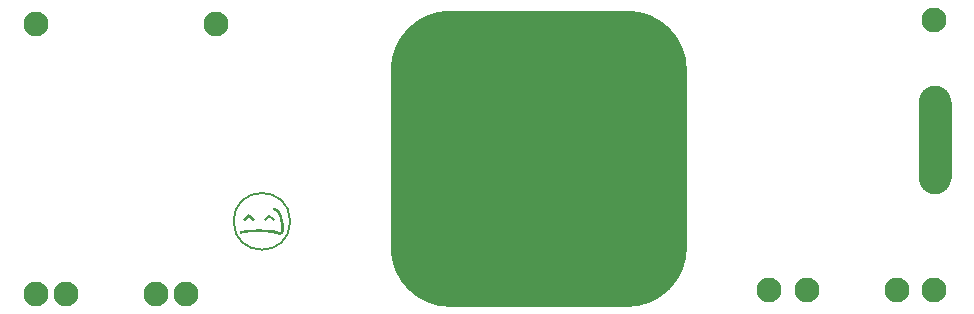
<source format=gts>
G04 Layer: TopSolderMaskLayer*
G04 EasyEDA Pro v1.7.27, 2022-09-03 12:30:42*
G04 Gerber Generator version 0.3*
G04 Scale: 100 percent, Rotated: No, Reflected: No*
G04 Dimensions in millimeters*
G04 Leading zeros omitted, absolute positions, 3 integers and 3 decimals*
%FSLAX33Y33*%
%MOMM*%
%ADD10C,0.00508*%
%ADD11C,0.2*%
%ADD12C,2.101601*%
%ADD13C,2.101596*%
G75*


G04 Image Start*
G36*
G01X31156Y13176D02*
G01X31156Y13176D01*
G01X31148Y13137D01*
G01X31146Y13120D01*
G01Y13105D01*
G01Y13090D01*
G01X31148Y13077D01*
G01X31151Y13066D01*
G01X31156Y13055D01*
G01X31162Y13045D01*
G01X31170Y13037D01*
G01X31179Y13029D01*
G01X31190Y13023D01*
G01X31202Y13017D01*
G01X31216Y13012D01*
G01X31231Y13008D01*
G01X31249Y13005D01*
G01X31295Y12996D01*
G01X31336Y12984D01*
G01X31355Y12977D01*
G01X31373Y12969D01*
G01X31390Y12960D01*
G01X31407Y12950D01*
G01X31423Y12938D01*
G01X31439Y12926D01*
G01X31454Y12912D01*
G01X31485Y12881D01*
G01X31516Y12843D01*
G01X31532Y12822D01*
G01X31561Y12779D01*
G01X31588Y12733D01*
G01X31614Y12684D01*
G01X31643Y12617D01*
G01X31671Y12544D01*
G01X31701Y12449D01*
G01X31732Y12327D01*
G01X31761Y12171D01*
G01X31791Y11952D01*
G01X31814Y11676D01*
G01X31827Y11363D01*
G01Y11294D01*
G01X31825Y11276D01*
G01Y11272D01*
G01X31824Y11269D01*
G01X31823Y11266D01*
G01X31817Y11252D01*
G01X31810Y11239D01*
G01X31801Y11229D01*
G01X31791Y11220D01*
G01X31778Y11213D01*
G01X31764Y11208D01*
G01X31747Y11205D01*
G01X31728Y11203D01*
G01X31705Y11204D01*
G01X31679Y11206D01*
G01X31617Y11216D01*
G01X31441Y11257D01*
G01X31090Y11341D01*
G01X30910Y11374D01*
G01X30740Y11396D01*
G01X30524Y11412D01*
G01X29957Y11422D01*
G01X29922D01*
G01X29307Y11410D01*
G01X29047Y11391D01*
G01X28825Y11362D01*
G01X28523Y11307D01*
G01X28479Y11298D01*
G01X28325Y11265D01*
G01X28331Y11166D01*
G01X28336Y11110D01*
G01X28340Y11080D01*
G01X28342Y11070D01*
G01X28344Y11062D01*
G01X28346Y11058D01*
G01X28364D01*
G01X28467Y11073D01*
G01X28539Y11088D01*
G01X28838Y11142D01*
G01X29171Y11185D01*
G01X29536Y11213D01*
G01X29927Y11222D01*
G01X30290Y11212D01*
G01X30618Y11187D01*
G01X30910Y11149D01*
G01X31164Y11103D01*
G01X31364Y11055D01*
G01X31476Y11023D01*
G01X31562Y10999D01*
G01X31617Y10987D01*
G01X31658Y10980D01*
G01X31695Y10976D01*
G01X31722Y10975D01*
G01X31748Y10976D01*
G01X31772Y10978D01*
G01X31787Y10980D01*
G01X31802Y10983D01*
G01X31817Y10987D01*
G01X31831Y10991D01*
G01X31845Y10996D01*
G01X31858Y11002D01*
G01X31871Y11009D01*
G01X31883Y11016D01*
G01X31895Y11024D01*
G01X31907Y11033D01*
G01X31924Y11048D01*
G01X31941Y11065D01*
G01X31957Y11083D01*
G01X31973Y11103D01*
G01X31988Y11125D01*
G01X32000Y11145D01*
G01X32011Y11167D01*
G01X32020Y11192D01*
G01X32028Y11220D01*
G01X32035Y11252D01*
G01X32044Y11325D01*
G01X32048Y11415D01*
G01X32043Y11587D01*
G01X32019Y11897D01*
G01X31993Y12117D01*
G01X31964Y12288D01*
G01X31931Y12431D01*
G01X31897Y12550D01*
G01X31864Y12648D01*
G01X31831Y12728D01*
G01X31802Y12791D01*
G01X31770Y12850D01*
G01X31736Y12905D01*
G01X31707Y12948D01*
G01X31676Y12987D01*
G01X31644Y13024D01*
G01X31618Y13051D01*
G01X31590Y13076D01*
G01X31562Y13099D01*
G01X31533Y13120D01*
G01X31503Y13140D01*
G01X31473Y13157D01*
G01X31441Y13172D01*
G01X31409Y13186D01*
G01X31375Y13197D01*
G01X31367Y13200D01*
G01X31275Y13226D01*
G01X31246Y13232D01*
G01X31230Y13234D01*
G01X31216Y13235D01*
G01X31210D01*
G01X31204Y13234D01*
G01X31199Y13233D01*
G01X31194Y13232D01*
G01X31190Y13231D01*
G01X31186Y13229D01*
G01X31182Y13227D01*
G01X31179Y13224D01*
G01X31176Y13221D01*
G01X31173Y13217D01*
G01X31170Y13214D01*
G01X31168Y13209D01*
G01X31166Y13205D01*
G01X31162Y13194D01*
G01X31158Y13182D01*
G01X31156Y13176D01*
G37*
G36*
G01X28941Y12614D02*
G01X28941Y12614D01*
G01X28712Y12370D01*
G01X28611Y12260D01*
G01X28671Y12197D01*
G01X28731Y12133D01*
G01X28904Y12319D01*
G01X29078Y12504D01*
G01X29272Y12330D01*
G01X29466Y12156D01*
G01X29515Y12223D01*
G01X29564Y12291D01*
G01X29395Y12448D01*
G01X29148Y12677D01*
G01X29069Y12749D01*
G01X28941Y12614D01*
G37*
G36*
G01X30584Y12521D02*
G01X30344Y12297D01*
G01X30408Y12237D01*
G01X30471Y12177D01*
G01X30640Y12334D01*
G01X30765Y12445D01*
G01X30807Y12479D01*
G01X30820Y12488D01*
G01X30825Y12491D01*
G01X30827D01*
G01X30847Y12478D01*
G01X30942Y12385D01*
G01X31006Y12318D01*
G01X31167Y12144D01*
G01X31233Y12209D01*
G01X31300Y12274D01*
G01X31061Y12509D01*
G01X30823Y12745D01*
G01X30584Y12521D01*
G37*
G04 Image End*
G04 Image End*

G04 Rect Start*
G36*
G01X41134Y24899D02*
G01X41134Y9899D01*
G03X46134Y4899I5000J0D01*
G01X61134D01*
G03X66134Y9899I0J5000D01*
G01Y24899D01*
G03X61134Y29899I-5000J0D01*
G01X46134D01*
G03X41134Y24899I0J-5000D01*
G37*
G54D10*
G01X41134Y24899D02*
G01X41134Y9899D01*
G03X46134Y4899I5000J0D01*
G01X61134D01*
G03X66134Y9899I0J5000D01*
G01Y24899D01*
G03X61134Y29899I-5000J0D01*
G01X46134D01*
G03X41134Y24899I0J-5000D01*
G36*
G01X85838Y22234D02*
G01X85838Y15757D01*
G03X87172Y14424I1334J0D01*
G03X88505Y15757I0J1334D01*
G01Y22234D01*
G03X87172Y23568I-1333J0D01*
G03X85838Y22234I0J-1333D01*
G37*
G01X85838Y22234D02*
G01X85838Y15757D01*
G03X87172Y14424I1334J0D01*
G03X88505Y15757I0J1334D01*
G01Y22234D01*
G03X87172Y23568I-1333J0D01*
G03X85838Y22234I0J-1333D01*
G04 Rect End*

G04 Circle Start*
G54D11*
G01X27786Y12105D02*
G03X32586Y12105I2400J0D01*
G03X27786I-2400J0D01*
G04 Circle End*

G04 Pad Start*
G54D12*
G01X26268Y28807D03*
G01X11028Y28807D03*
G01X11028Y5947D03*
G01X13568Y5947D03*
G01X21188Y5947D03*
G01X23728Y5947D03*
G54D13*
G01X73131Y6328D03*
G01X87101Y6328D03*
G01X87101Y29188D03*
G01X83926Y6328D03*
G01X76306Y6328D03*
G04 Pad End*

M02*

</source>
